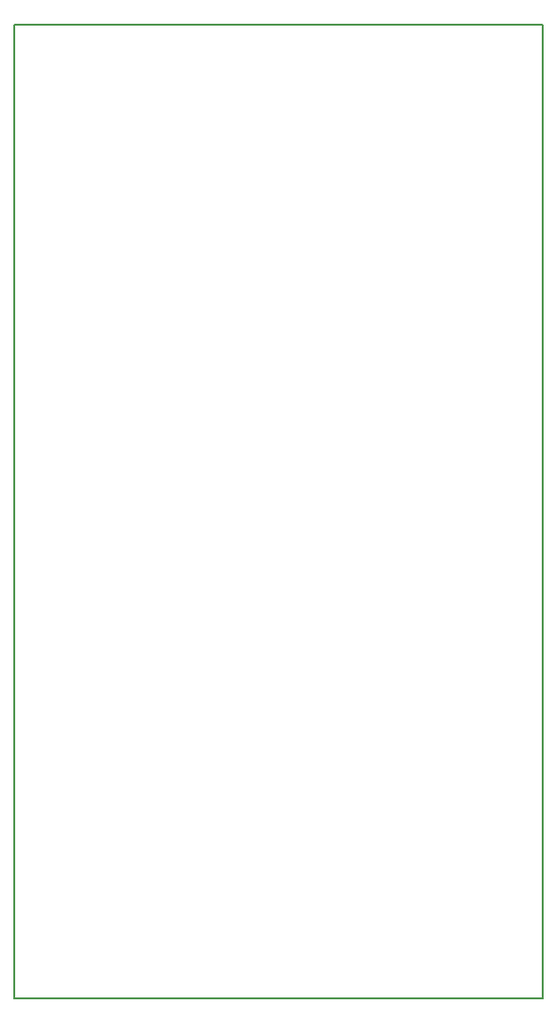
<source format=gbr>
G04 DipTrace 2.3.1.0*
%INBoardOutline.gbr*%
%MOMM*%
%ADD11C,0.14*%
%FSLAX53Y53*%
G04*
G71*
G90*
G75*
G01*
%LNBoardOutline*%
%LPD*%
X10008Y96833D2*
D11*
Y10008D1*
X57150D1*
X57160Y96827D1*
X10008Y96833D1*
M02*

</source>
